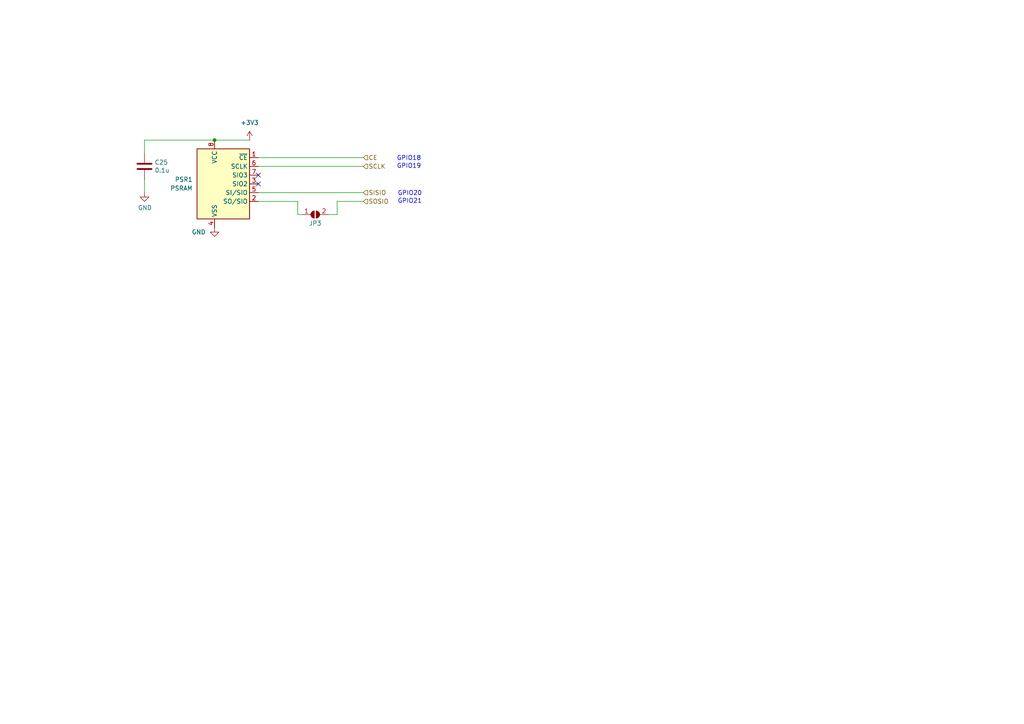
<source format=kicad_sch>
(kicad_sch (version 20231120) (generator "eeschema") (generator_version "8.0")
  (paper "A4")
  (title_block (title "FRANK") (date "2024-12-15") (rev "2.0") (company "Mikhail Matveev") (comment 1 "https://github.com/xtremespb/frank2"))
  (lib_symbols
    (symbol "Device:C" (pin_numbers hide) (pin_names (offset 0.254))
      (property "Reference" "C" (at 0.635 2.54 0))
      (property "Value" "C" (at 0.635 -2.54 0))
      (symbol "C_0_1"
        (polyline (pts (xy -2.032 -0.762) (xy 2.032 -0.762)) (stroke (width 0.508)))
        (polyline (pts (xy -2.032 0.762) (xy 2.032 0.762)) (stroke (width 0.508)))
      )
      (symbol "C_1_1"
        (pin passive line (at 0 3.81 270) (length 2.794) (name "~") (number "1"))
        (pin passive line (at 0 -3.81 90) (length 2.794) (name "~") (number "2"))
      )
    )
    (symbol "Jumper:SolderJumper_2_Open" (pin_names (offset 0) hide)
      (property "Reference" "JP" (at 0 2.032 0))
      (property "Value" "SolderJumper_2_Open" (at 0 -2.54 0))
      (symbol "SolderJumper_2_Open_0_1"
        (arc (start -0.254 1.016) (mid -1.2655 0) (end -0.254 -1.016))
        (arc (start -0.254 1.016) (mid -1.2655 0) (end -0.254 -1.016) (fill (type outline)))
        (polyline (pts (xy -0.254 1.016) (xy -0.254 -1.016)))
        (polyline (pts (xy 0.254 1.016) (xy 0.254 -1.016)))
        (arc (start 0.254 -1.016) (mid 1.2655 0) (end 0.254 1.016))
        (arc (start 0.254 -1.016) (mid 1.2655 0) (end 0.254 1.016) (fill (type outline)))
      )
      (symbol "SolderJumper_2_Open_1_1"
        (pin passive line (at -3.81 0 0) (length 2.54) (name "A") (number "1"))
        (pin passive line (at 3.81 0 180) (length 2.54) (name "B") (number "2"))
      )
    )
    (symbol "Memory_RAM:ESP-PSRAM32"
      (property "Reference" "U" (at 3.81 11.43 0))
      (property "Value" "ESP-PSRAM32" (at -1.27 -11.43 0))
      (symbol "ESP-PSRAM32_0_1"
        (rectangle (start -7.62 10.16) (end 7.62 -10.16) (stroke (width 0.254)) (fill (type background)))
      )
      (symbol "ESP-PSRAM32_1_1"
        (pin input line (at 10.16 7.62 180) (length 2.54) (name "~{CE}") (number "1"))
        (pin output line (at 10.16 -5.08 180) (length 2.54) (name "SO/SIO") (number "2"))
        (pin bidirectional line (at 10.16 0 180) (length 2.54) (name "SIO2") (number "3"))
        (pin power_in line (at -2.54 -12.7 90) (length 2.54) (name "VSS") (number "4"))
        (pin input line (at 10.16 -2.54 180) (length 2.54) (name "SI/SIO") (number "5"))
        (pin output line (at 10.16 5.08 180) (length 2.54) (name "SCLK") (number "6"))
        (pin bidirectional line (at 10.16 2.54 180) (length 2.54) (name "SIO3") (number "7"))
        (pin power_in line (at -2.54 12.7 270) (length 2.54) (name "VCC") (number "8"))
      )
    )
    (symbol "power:+3V3" (power) (pin_numbers hide) (pin_names (offset 0) hide)
      (property "Value" "+3V3" (at 0 3.556 0))
      (symbol "+3V3_0_1"
        (polyline (pts (xy -0.762 1.27) (xy 0 2.54)))
        (polyline (pts (xy 0 0) (xy 0 2.54)))
        (polyline (pts (xy 0 2.54) (xy 0.762 1.27)))
      )
      (symbol "+3V3_1_1"
        (pin power_in line (at 0 0 90) (length 0) (name "~") (number "1"))
      )
    )
    (symbol "power:GND" (power) (pin_names (offset 0))
      (property "Value" "GND" (at 0 -3.81 0))
      (symbol "GND_0_1"
        (polyline (pts (xy 0 0) (xy 0 -1.27) (xy 1.27 -1.27) (xy 0 -2.54) (xy -1.27 -1.27) (xy 0 -1.27)))
      )
      (symbol "GND_1_1"
        (pin power_in line (at 0 0 270) (length 0) hide (name "GND") (number "1"))
      )
    )
  )
  (junction (at 62.23 40.64))
  (no_connect (at 74.93 50.8))
  (no_connect (at 74.93 53.34))
  (wire (pts (xy 74.93 45.72) (xy 105.41 45.72)))
  (wire (pts (xy 86.36 62.23) (xy 86.36 58.42)))
  (wire (pts (xy 86.36 62.23) (xy 87.63 62.23)))
  (wire (pts (xy 41.91 40.64) (xy 41.91 44.45)))
  (wire (pts (xy 74.93 48.26) (xy 105.41 48.26)))
  (wire (pts (xy 41.91 40.64) (xy 62.23 40.64)))
  (wire (pts (xy 62.23 40.64) (xy 72.39 40.64)))
  (wire (pts (xy 41.91 52.07) (xy 41.91 55.88)))
  (wire (pts (xy 74.93 55.88) (xy 105.41 55.88)))
  (wire (pts (xy 97.79 62.23) (xy 97.79 58.42)))
  (wire (pts (xy 97.79 58.42) (xy 105.41 58.42)))
  (wire (pts (xy 95.25 62.23) (xy 97.79 62.23)))
  (wire (pts (xy 86.36 58.42) (xy 74.93 58.42)))
  (text "GPIO21" (at 118.872 58.42 0) (effects (font (size 1.27 1.27))))
  (text "GPIO19" (at 118.618 48.26 0) (effects (font (size 1.27 1.27))))
  (text "GPIO20" (at 118.872 56.134 0) (effects (font (size 1.27 1.27))))
  (text "GPIO18" (at 118.618 45.974 0) (effects (font (size 1.27 1.27))))
  (hierarchical_label "SISIO" (shape input) (at 105.41 55.88 0))
  (hierarchical_label "CE" (shape input) (at 105.41 45.72 0))
  (hierarchical_label "SCLK" (shape input) (at 105.41 48.26 0))
  (hierarchical_label "SOSIO" (shape input) (at 105.41 58.42 0))
  (symbol (lib_id "power:GND") (at 62.23 66.04 0) (unit 1)
    (property "Reference" "#PWR045" (effects (hide yes)))
    (property "Value" "GND" (at 59.69 67.31 0) (effects (justify right)))
    (instances (project "frank2" (path "" (reference "#PWR055") (unit 1))))
  )
  (symbol (lib_id "power:+3V3") (at 72.39 40.64 0) (unit 1)
    (property "Reference" "#PWR067" (effects (hide yes)))
    (property "Value" "+3V3" (at 72.39 35.56 0))
    (property "Description" "Power symbol creates a global label with name \"+3V3\"" (effects (hide yes)))
    (instances (project "" (path "" (reference "#PWR056") (unit 1))))
  )
  (symbol (lib_id "Memory_RAM:ESP-PSRAM32") (at 64.77 53.34 0) (unit 1)
    (property "Reference" "PSR1" (at 55.88 52.0699 0) (effects (justify right)))
    (property "Value" "PSRAM" (at 55.88 54.6099 0) (effects (justify right)))
    (property "Footprint" "Package_SO:SO-8_5.3x6.2mm_P1.27mm" (effects (hide yes)))
    (property "Datasheet" "https://www.espressif.com/sites/default/files/documentation/esp-psram32_datasheet_en.pdf" (effects (hide yes)))
  )
  (symbol (lib_id "Device:C") (at 41.91 48.26 0) (unit 1)
    (property "Reference" "C18" (at 44.831 47.0916 0) (effects (justify left)))
    (property "Value" "0.1u" (at 44.831 49.403 0) (effects (justify left)))
    (property "Footprint" "LIBS:Medved_C_0805" (effects (hide yes)))
    (instances (project "frank2" (path "" (reference "C25") (unit 1))))
  )
  (symbol (lib_id "Jumper:SolderJumper_2_Open") (at 91.44 62.23 0) (unit 1)
    (property "Reference" "JP10" (at 91.44 64.77 0))
    (property "Value" "JMP PSRAM" (effects (hide yes)))
    (property "Footprint" "Jumper:SolderJumper-2_P1.3mm_Open_RoundedPad1.0x1.5mm" (effects (hide yes)))
    (instances (project "frank2" (path "" (reference "JP3") (unit 1))))
  )
  (symbol (lib_id "power:GND") (at 41.91 55.88 0) (unit 1)
    (property "Reference" "#PWR044" (effects (hide yes)))
    (property "Value" "GND" (at 42.037 60.2742 0))
    (instances (project "frank2" (path "" (reference "#PWR054") (unit 1))))
  )
)
</source>
